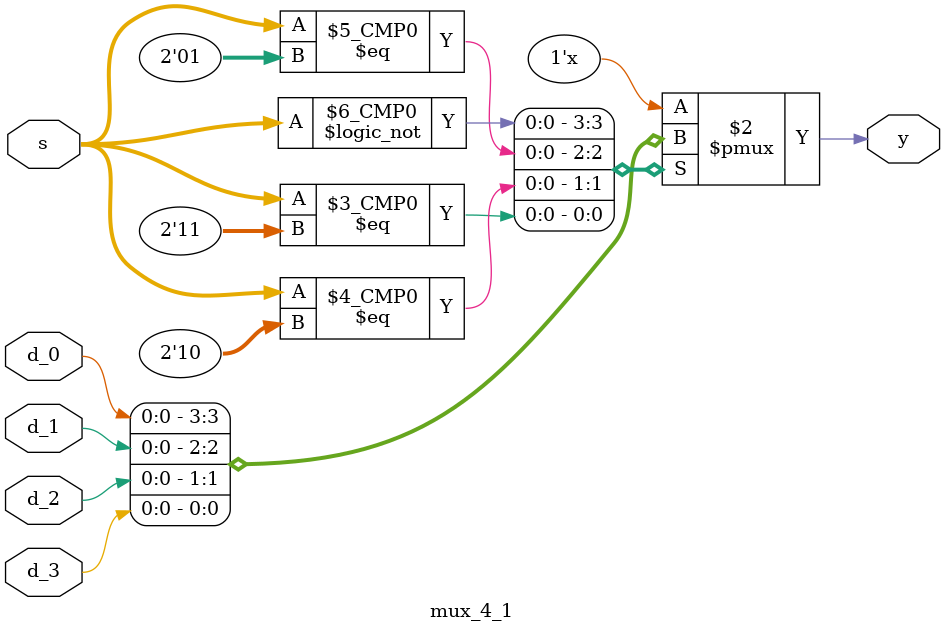
<source format=v>
`timescale 1ns / 1ps
module mux_4_1(
	 input d_0,d_1,d_2,d_3,
	 input [1:0]s,
	 output reg y
    );
	
	always @(d_0,d_1,d_2,d_3,s)
		case(s)
		2'b00:  y=d_0;
		2'b01:  y=d_1;
		2'b10:  y=d_2;
		2'b11:  y=d_3;
		endcase

endmodule

</source>
